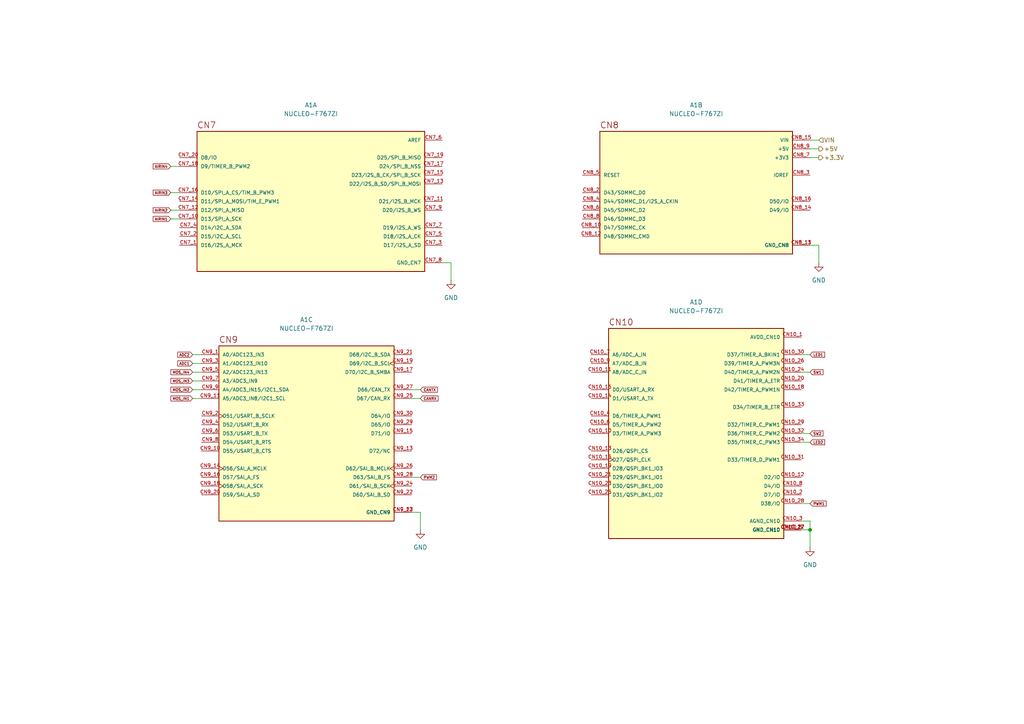
<source format=kicad_sch>
(kicad_sch (version 20231120) (generator "eeschema") (generator_version "8.0")
  (paper "A4")
  (title_block (title "Nucleo-F767-Base-Board") (date "2024-07-27") (rev "V1.0"))
  (lib_symbols
    (symbol "NUCLEO-F767ZI:NUCLEO-F767ZI" (pin_names (offset 1.016))
      (property "Reference" "A" (at -12.7 57.15 0))
      (property "Value" "NUCLEO-F767ZI" (at -12.7 -57.15 0))
      (symbol "NUCLEO-F767ZI_1_0"
        (rectangle (start -33.02 -20.32) (end 33.02 20.32) (stroke (width 0.254)) (fill (type background)))
        (text "CN7" (at -33.02 21.082 0) (effects (font (size 1.778 1.778)) (justify left bottom)))
        (pin bidirectional line (at -38.1 -12.7 0) (length 5.08) (name "D16/I2S_A_MCK") (number "CN7_1"))
        (pin bidirectional line (at -38.1 -5.08 0) (length 5.08) (name "D13/SPI_A_SCK") (number "CN7_10"))
        (pin bidirectional line (at 38.1 0 180) (length 5.08) (name "D21/I2S_B_MCK") (number "CN7_11"))
        (pin bidirectional line (at -38.1 -2.54 0) (length 5.08) (name "D12/SPI_A_MISO") (number "CN7_12"))
        (pin bidirectional line (at 38.1 5.08 180) (length 5.08) (name "D22/I2S_B_SD/SPI_B_MOSI") (number "CN7_13"))
        (pin bidirectional line (at -38.1 0 0) (length 5.08) (name "D11/SPI_A_MOSI/TIM_E_PWM1") (number "CN7_14"))
        (pin bidirectional line (at 38.1 7.62 180) (length 5.08) (name "D23/I2S_B_CK/SPI_B_SCK") (number "CN7_15"))
        (pin bidirectional line (at -38.1 2.54 0) (length 5.08) (name "D10/SPI_A_CS/TIM_B_PWM3") (number "CN7_16"))
        (pin bidirectional line (at 38.1 10.16 180) (length 5.08) (name "D24/SPI_B_NSS") (number "CN7_17"))
        (pin bidirectional line (at -38.1 10.16 0) (length 5.08) (name "D9/TIMER_B_PWM2") (number "CN7_18"))
        (pin bidirectional line (at 38.1 12.7 180) (length 5.08) (name "D25/SPI_B_MISO") (number "CN7_19"))
        (pin bidirectional line (at -38.1 -10.16 0) (length 5.08) (name "D15/I2C_A_SCL") (number "CN7_2"))
        (pin bidirectional line (at -38.1 12.7 0) (length 5.08) (name "D8/IO") (number "CN7_20"))
        (pin bidirectional line (at 38.1 -12.7 180) (length 5.08) (name "D17/I2S_A_SD") (number "CN7_3"))
        (pin bidirectional line (at -38.1 -7.62 0) (length 5.08) (name "D14/I2C_A_SDA") (number "CN7_4"))
        (pin bidirectional line (at 38.1 -10.16 180) (length 5.08) (name "D18/I2S_A_CK") (number "CN7_5"))
        (pin power_in line (at 38.1 17.78 180) (length 5.08) (name "AREF") (number "CN7_6"))
        (pin bidirectional line (at 38.1 -7.62 180) (length 5.08) (name "D19/I2S_A_WS") (number "CN7_7"))
        (pin power_in line (at 38.1 -17.78 180) (length 5.08) (name "GND_CN7") (number "CN7_8"))
        (pin bidirectional line (at 38.1 -2.54 180) (length 5.08) (name "D20/I2S_B_WS") (number "CN7_9"))
      )
      (symbol "NUCLEO-F767ZI_2_0"
        (rectangle (start -27.94 -17.78) (end 27.94 17.78) (stroke (width 0.254)) (fill (type background)))
        (text "CN8" (at -27.94 18.542 0) (effects (font (size 1.778 1.778)) (justify left bottom)))
        (pin bidirectional line (at -33.02 -10.16 0) (length 5.08) (name "D47/SDMMC_CK") (number "CN8_10"))
        (pin power_in line (at 33.02 -15.24 180) (length 5.08) (name "GND_CN8") (number "CN8_11"))
        (pin bidirectional line (at -33.02 -12.7 0) (length 5.08) (name "D48/SDMMC_CMD") (number "CN8_12"))
        (pin power_in line (at 33.02 -15.24 180) (length 5.08) (name "GND_CN8") (number "CN8_13"))
        (pin bidirectional line (at 33.02 -5.08 180) (length 5.08) (name "D49/IO") (number "CN8_14"))
        (pin power_in line (at 33.02 15.24 180) (length 5.08) (name "VIN") (number "CN8_15"))
        (pin bidirectional line (at 33.02 -2.54 180) (length 5.08) (name "D50/IO") (number "CN8_16"))
        (pin bidirectional line (at -33.02 0 0) (length 5.08) (name "D43/SDMMC_D0") (number "CN8_2"))
        (pin bidirectional line (at 33.02 5.08 180) (length 5.08) (name "IOREF") (number "CN8_3"))
        (pin bidirectional line (at -33.02 -2.54 0) (length 5.08) (name "D44/SDMMC_D1/I2S_A_CKIN") (number "CN8_4"))
        (pin bidirectional line (at -33.02 5.08 0) (length 5.08) (name "RESET") (number "CN8_5"))
        (pin bidirectional line (at -33.02 -5.08 0) (length 5.08) (name "D45/SDMMC_D2") (number "CN8_6"))
        (pin power_in line (at 33.02 10.16 180) (length 5.08) (name "+3V3") (number "CN8_7"))
        (pin bidirectional line (at -33.02 -7.62 0) (length 5.08) (name "D46/SDMMC_D3") (number "CN8_8"))
        (pin power_in line (at 33.02 12.7 180) (length 5.08) (name "+5V") (number "CN8_9"))
      )
      (symbol "NUCLEO-F767ZI_3_0"
        (rectangle (start -25.4 -25.4) (end 25.4 25.4) (stroke (width 0.254)) (fill (type background)))
        (text "CN9" (at -25.4 26.162 0) (effects (font (size 1.778 1.778)) (justify left bottom)))
        (pin input line (at -30.48 22.86 0) (length 5.08) (name "A0/ADC123_IN3") (number "CN9_1"))
        (pin bidirectional line (at -30.48 -5.08 0) (length 5.08) (name "D55/USART_B_CTS") (number "CN9_10"))
        (pin input line (at -30.48 10.16 0) (length 5.08) (name "A5/ADC3_IN8/I2C1_SCL") (number "CN9_11"))
        (pin power_in line (at 30.48 -22.86 180) (length 5.08) (name "GND_CN9") (number "CN9_12"))
        (pin bidirectional line (at 30.48 -5.08 180) (length 5.08) (name "D72/NC") (number "CN9_13"))
        (pin bidirectional clock (at -30.48 -10.16 0) (length 5.08) (name "D56/SAI_A_MCLK") (number "CN9_14"))
        (pin bidirectional line (at 30.48 0 180) (length 5.08) (name "D71/IO") (number "CN9_15"))
        (pin bidirectional line (at -30.48 -12.7 0) (length 5.08) (name "D57/SAI_A_FS") (number "CN9_16"))
        (pin bidirectional line (at 30.48 17.78 180) (length 5.08) (name "D70/I2C_B_SMBA") (number "CN9_17"))
        (pin bidirectional clock (at -30.48 -15.24 0) (length 5.08) (name "D58/SAI_A_SCK") (number "CN9_18"))
        (pin bidirectional clock (at 30.48 20.32 180) (length 5.08) (name "D69/I2C_B_SCL") (number "CN9_19"))
        (pin bidirectional clock (at -30.48 5.08 0) (length 5.08) (name "D51/USART_B_SCLK") (number "CN9_2"))
        (pin bidirectional line (at -30.48 -17.78 0) (length 5.08) (name "D59/SAI_A_SD") (number "CN9_20"))
        (pin bidirectional line (at 30.48 22.86 180) (length 5.08) (name "D68/I2C_B_SDA") (number "CN9_21"))
        (pin bidirectional line (at 30.48 -17.78 180) (length 5.08) (name "D60/SAI_B_SD") (number "CN9_22"))
        (pin power_in line (at 30.48 -22.86 180) (length 5.08) (name "GND_CN9") (number "CN9_23"))
        (pin bidirectional clock (at 30.48 -15.24 180) (length 5.08) (name "D61/SAI_B_SCK") (number "CN9_24"))
        (pin input line (at 30.48 10.16 180) (length 5.08) (name "D67/CAN_RX") (number "CN9_25"))
        (pin bidirectional clock (at 30.48 -10.16 180) (length 5.08) (name "D62/SAI_B_MCLK") (number "CN9_26"))
        (pin output line (at 30.48 12.7 180) (length 5.08) (name "D66/CAN_TX") (number "CN9_27"))
        (pin bidirectional line (at 30.48 -12.7 180) (length 5.08) (name "D63/SAI_B_FS") (number "CN9_28"))
        (pin bidirectional line (at 30.48 2.54 180) (length 5.08) (name "D65/IO") (number "CN9_29"))
        (pin input line (at -30.48 20.32 0) (length 5.08) (name "A1/ADC123_IN10") (number "CN9_3"))
        (pin bidirectional line (at 30.48 5.08 180) (length 5.08) (name "D64/IO") (number "CN9_30"))
        (pin bidirectional line (at -30.48 2.54 0) (length 5.08) (name "D52/USART_B_RX") (number "CN9_4"))
        (pin input line (at -30.48 17.78 0) (length 5.08) (name "A2/ADC123_IN13") (number "CN9_5"))
        (pin bidirectional line (at -30.48 0 0) (length 5.08) (name "D53/USART_B_TX") (number "CN9_6"))
        (pin input line (at -30.48 15.24 0) (length 5.08) (name "A3/ADC3_IN9") (number "CN9_7"))
        (pin bidirectional line (at -30.48 -2.54 0) (length 5.08) (name "D54/USART_B_RTS") (number "CN9_8"))
        (pin input line (at -30.48 12.7 0) (length 5.08) (name "A4/ADC3_IN15/I2C1_SDA") (number "CN9_9"))
      )
      (symbol "NUCLEO-F767ZI_4_0"
        (rectangle (start -25.4 -30.48) (end 25.4 30.48) (stroke (width 0.254)) (fill (type background)))
        (text "CN10" (at -25.4 31.242 0) (effects (font (size 1.778 1.778)) (justify left bottom)))
        (pin power_in line (at 30.48 27.94 180) (length 5.08) (name "AVDD_CN10") (number "CN10_1"))
        (pin bidirectional line (at -30.48 0 0) (length 5.08) (name "D3/TIMER_A_PWM3") (number "CN10_10"))
        (pin input line (at -30.48 17.78 0) (length 5.08) (name "A8/ADC_C_IN") (number "CN10_11"))
        (pin bidirectional line (at 30.48 -12.7 180) (length 5.08) (name "D2/IO") (number "CN10_12"))
        (pin bidirectional line (at -30.48 -5.08 0) (length 5.08) (name "D26/QSPI_CS") (number "CN10_13"))
        (pin output line (at -30.48 10.16 0) (length 5.08) (name "D1/USART_A_TX") (number "CN10_14"))
        (pin bidirectional clock (at -30.48 -7.62 0) (length 5.08) (name "D27/QSPI_CLK") (number "CN10_15"))
        (pin input line (at -30.48 12.7 0) (length 5.08) (name "D0/USART_A_RX") (number "CN10_16"))
        (pin power_in line (at 30.48 -27.94 180) (length 5.08) (name "GND_CN10") (number "CN10_17"))
        (pin bidirectional line (at 30.48 12.7 180) (length 5.08) (name "D42/TIMER_A_PWM1N") (number "CN10_18"))
        (pin bidirectional line (at -30.48 -10.16 0) (length 5.08) (name "D28/QSPI_BK1_IO3") (number "CN10_19"))
        (pin bidirectional line (at 30.48 -17.78 180) (length 5.08) (name "D7/IO") (number "CN10_2"))
        (pin bidirectional line (at 30.48 15.24 180) (length 5.08) (name "D41/TIMER_A_ETR") (number "CN10_20"))
        (pin bidirectional line (at -30.48 -12.7 0) (length 5.08) (name "D29/QSPI_BK1_IO1") (number "CN10_21"))
        (pin power_in line (at 30.48 -27.94 180) (length 5.08) (name "GND_CN10") (number "CN10_22"))
        (pin bidirectional line (at -30.48 -15.24 0) (length 5.08) (name "D30/QSPI_BK1_IO0") (number "CN10_23"))
        (pin bidirectional line (at 30.48 17.78 180) (length 5.08) (name "D40/TIMER_A_PWM2N") (number "CN10_24"))
        (pin bidirectional line (at -30.48 -17.78 0) (length 5.08) (name "D31/QSPI_BK1_IO2") (number "CN10_25"))
        (pin bidirectional line (at 30.48 20.32 180) (length 5.08) (name "D39/TIMER_A_PWM3N") (number "CN10_26"))
        (pin power_in line (at 30.48 -27.94 180) (length 5.08) (name "GND_CN10") (number "CN10_27"))
        (pin bidirectional line (at 30.48 -20.32 180) (length 5.08) (name "D38/IO") (number "CN10_28"))
        (pin bidirectional line (at 30.48 2.54 180) (length 5.08) (name "D32/TIMER_C_PWM1") (number "CN10_29"))
        (pin power_in line (at 30.48 -25.4 180) (length 5.08) (name "AGND_CN10") (number "CN10_3"))
        (pin bidirectional line (at 30.48 22.86 180) (length 5.08) (name "D37/TIMER_A_BKIN1") (number "CN10_30"))
        (pin bidirectional line (at 30.48 -7.62 180) (length 5.08) (name "D33/TIMER_D_PWM1") (number "CN10_31"))
        (pin bidirectional line (at 30.48 0 180) (length 5.08) (name "D36/TIMER_C_PWM2") (number "CN10_32"))
        (pin bidirectional line (at 30.48 7.62 180) (length 5.08) (name "D34/TIMER_B_ETR") (number "CN10_33"))
        (pin bidirectional line (at 30.48 -2.54 180) (length 5.08) (name "D35/TIMER_C_PWM3") (number "CN10_34"))
        (pin bidirectional line (at -30.48 5.08 0) (length 5.08) (name "D6/TIMER_A_PWM1") (number "CN10_4"))
        (pin power_in line (at 30.48 -27.94 180) (length 5.08) (name "GND_CN10") (number "CN10_5"))
        (pin bidirectional line (at -30.48 2.54 0) (length 5.08) (name "D5/TIMER_A_PWM2") (number "CN10_6"))
        (pin input line (at -30.48 22.86 0) (length 5.08) (name "A6/ADC_A_IN") (number "CN10_7"))
        (pin bidirectional line (at 30.48 -15.24 180) (length 5.08) (name "D4/IO") (number "CN10_8"))
        (pin input line (at -30.48 20.32 0) (length 5.08) (name "A7/ADC_B_IN") (number "CN10_9"))
      )
    )
    (symbol "power:GND" (power) (pin_numbers hide) (pin_names (offset 0) hide)
      (property "Value" "GND" (at 0 -3.81 0))
      (symbol "GND_0_1"
        (polyline (pts (xy 0 0) (xy 0 -1.27) (xy 1.27 -1.27) (xy 0 -2.54) (xy -1.27 -1.27) (xy 0 -1.27)))
      )
      (symbol "GND_1_1"
        (pin power_in line (at 0 0 270) (length 0) (name "~") (number "1"))
      )
    )
  )
  (junction (at 234.95 153.67))
  (wire (pts (xy 49.53 55.88) (xy 52.07 55.88)))
  (wire (pts (xy 55.88 107.95) (xy 58.42 107.95)))
  (wire (pts (xy 49.53 48.26) (xy 52.07 48.26)))
  (wire (pts (xy 234.95 71.12) (xy 237.49 71.12)))
  (wire (pts (xy 128.27 76.2) (xy 130.81 76.2)))
  (wire (pts (xy 55.88 102.87) (xy 58.42 102.87)))
  (wire (pts (xy 232.41 153.67) (xy 234.95 153.67)))
  (wire (pts (xy 49.53 63.5) (xy 52.07 63.5)))
  (wire (pts (xy 234.95 146.05) (xy 232.41 146.05)))
  (wire (pts (xy 55.88 110.49) (xy 58.42 110.49)))
  (wire (pts (xy 130.81 76.2) (xy 130.81 81.28)))
  (wire (pts (xy 237.49 40.64) (xy 234.95 40.64)))
  (wire (pts (xy 121.92 113.03) (xy 119.38 113.03)))
  (wire (pts (xy 234.95 128.27) (xy 232.41 128.27)))
  (wire (pts (xy 234.95 45.72) (xy 237.49 45.72)))
  (wire (pts (xy 234.95 151.13) (xy 232.41 151.13)))
  (wire (pts (xy 121.92 115.57) (xy 119.38 115.57)))
  (wire (pts (xy 234.95 102.87) (xy 232.41 102.87)))
  (wire (pts (xy 234.95 107.95) (xy 232.41 107.95)))
  (wire (pts (xy 234.95 153.67) (xy 234.95 151.13)))
  (wire (pts (xy 121.92 138.43) (xy 119.38 138.43)))
  (wire (pts (xy 237.49 71.12) (xy 237.49 76.2)))
  (wire (pts (xy 55.88 115.57) (xy 58.42 115.57)))
  (wire (pts (xy 49.53 60.96) (xy 52.07 60.96)))
  (wire (pts (xy 234.95 125.73) (xy 232.41 125.73)))
  (wire (pts (xy 234.95 153.67) (xy 234.95 158.75)))
  (wire (pts (xy 55.88 105.41) (xy 58.42 105.41)))
  (wire (pts (xy 121.92 148.59) (xy 121.92 153.67)))
  (wire (pts (xy 55.88 113.03) (xy 58.42 113.03)))
  (wire (pts (xy 119.38 148.59) (xy 121.92 148.59)))
  (wire (pts (xy 234.95 43.18) (xy 237.49 43.18)))
  (global_label "MOS_IN2" (shape input) (at 55.88 113.03 180) (effects (font (size 0.762 0.762))) (property "Intersheetrefs" "${INTERSHEET_REFS}" (effects (hide yes))))
  (global_label "SW1" (shape input) (at 234.95 107.95 0) (effects (font (size 0.762 0.762))) (property "Intersheetrefs" "${INTERSHEET_REFS}" (effects (hide yes))))
  (global_label "AIRIN3" (shape input) (at 49.53 55.88 180) (effects (font (size 0.762 0.762))) (property "Intersheetrefs" "${INTERSHEET_REFS}" (effects (hide yes))))
  (global_label "ADC2" (shape input) (at 55.88 102.87 180) (effects (font (size 0.762 0.762))) (property "Intersheetrefs" "${INTERSHEET_REFS}" (effects (hide yes))))
  (global_label "AIRIN2" (shape input) (at 49.53 60.96 180) (effects (font (size 0.762 0.762))) (property "Intersheetrefs" "${INTERSHEET_REFS}" (effects (hide yes))))
  (global_label "AIRIN4" (shape input) (at 49.53 48.26 180) (effects (font (size 0.762 0.762))) (property "Intersheetrefs" "${INTERSHEET_REFS}" (effects (hide yes))))
  (global_label "AIRIN1" (shape input) (at 49.53 63.5 180) (effects (font (size 0.762 0.762))) (property "Intersheetrefs" "${INTERSHEET_REFS}" (effects (hide yes))))
  (global_label "LED2" (shape input) (at 234.95 128.27 0) (effects (font (size 0.762 0.762))) (property "Intersheetrefs" "${INTERSHEET_REFS}" (effects (hide yes))))
  (global_label "MOS_IN4" (shape input) (at 55.88 107.95 180) (effects (font (size 0.762 0.762))) (property "Intersheetrefs" "${INTERSHEET_REFS}" (effects (hide yes))))
  (global_label "MOS_IN1" (shape input) (at 55.88 115.57 180) (effects (font (size 0.762 0.762))) (property "Intersheetrefs" "${INTERSHEET_REFS}" (effects (hide yes))))
  (global_label "PWM1" (shape input) (at 234.95 146.05 0) (effects (font (size 0.762 0.762))) (property "Intersheetrefs" "${INTERSHEET_REFS}" (effects (hide yes))))
  (global_label "CANRX" (shape input) (at 121.92 115.57 0) (effects (font (size 0.762 0.762))) (property "Intersheetrefs" "${INTERSHEET_REFS}" (effects (hide yes))))
  (global_label "ADC1" (shape input) (at 55.88 105.41 180) (effects (font (size 0.762 0.762))) (property "Intersheetrefs" "${INTERSHEET_REFS}" (effects (hide yes))))
  (global_label "MOS_IN3" (shape input) (at 55.88 110.49 180) (effects (font (size 0.762 0.762))) (property "Intersheetrefs" "${INTERSHEET_REFS}" (effects (hide yes))))
  (global_label "PWM2" (shape input) (at 121.92 138.43 0) (effects (font (size 0.762 0.762))) (property "Intersheetrefs" "${INTERSHEET_REFS}" (effects (hide yes))))
  (global_label "SW2" (shape input) (at 234.95 125.73 0) (effects (font (size 0.762 0.762))) (property "Intersheetrefs" "${INTERSHEET_REFS}" (effects (hide yes))))
  (global_label "LED1" (shape input) (at 234.95 102.87 0) (effects (font (size 0.762 0.762))) (property "Intersheetrefs" "${INTERSHEET_REFS}" (effects (hide yes))))
  (global_label "CANTX" (shape input) (at 121.92 113.03 0) (effects (font (size 0.762 0.762))) (property "Intersheetrefs" "${INTERSHEET_REFS}" (effects (hide yes))))
  (hierarchical_label "+5V" (shape output) (at 237.49 43.18 0))
  (hierarchical_label "+3.3V" (shape output) (at 237.49 45.72 0))
  (hierarchical_label "VIN" (shape input) (at 237.49 40.64 0))
  (symbol (lib_id "power:GND") (at 130.81 81.28 0) (unit 1)
    (property "Reference" "#PWR03" (effects (hide yes)))
    (property "Value" "GND" (at 130.81 86.36 0))
    (property "Description" "Power symbol creates a global label with name \"GND\" , ground" (effects (hide yes)))
  )
  (symbol (lib_id "power:GND") (at 237.49 76.2 0) (unit 1)
    (property "Reference" "#PWR04" (effects (hide yes)))
    (property "Value" "GND" (at 237.49 81.28 0))
    (property "Description" "Power symbol creates a global label with name \"GND\" , ground" (effects (hide yes)))
  )
  (symbol (lib_id "NUCLEO-F767ZI:NUCLEO-F767ZI") (at 90.17 58.42 0) (unit 1)
    (property "Reference" "A1" (at 90.17 30.48 0))
    (property "Value" "NUCLEO-F767ZI" (at 90.17 33.02 0))
    (property "Footprint" "nucleo-f767:ST_NUCLEO-F767ZI" (effects (hide yes)))
    (property "MP" "NUCLEO-F767ZI" (effects (hide yes)))
  )
  (symbol (lib_id "power:GND") (at 121.92 153.67 0) (unit 1)
    (property "Reference" "#PWR06" (effects (hide yes)))
    (property "Value" "GND" (at 121.92 158.75 0))
    (property "Description" "Power symbol creates a global label with name \"GND\" , ground" (effects (hide yes)))
  )
  (symbol (lib_id "NUCLEO-F767ZI:NUCLEO-F767ZI") (at 88.9 125.73 0) (unit 3)
    (property "Reference" "A1" (at 88.9 92.71 0))
    (property "Value" "NUCLEO-F767ZI" (at 88.9 95.25 0))
    (property "Footprint" "nucleo-f767:ST_NUCLEO-F767ZI" (effects (hide yes)))
    (property "MP" "NUCLEO-F767ZI" (effects (hide yes)))
  )
  (symbol (lib_id "NUCLEO-F767ZI:NUCLEO-F767ZI") (at 201.93 125.73 0) (unit 4)
    (property "Reference" "A1" (at 201.93 87.63 0))
    (property "Value" "NUCLEO-F767ZI" (at 201.93 90.17 0))
    (property "Footprint" "nucleo-f767:ST_NUCLEO-F767ZI" (effects (hide yes)))
    (property "MP" "NUCLEO-F767ZI" (effects (hide yes)))
  )
  (symbol (lib_id "NUCLEO-F767ZI:NUCLEO-F767ZI") (at 201.93 55.88 0) (unit 2)
    (property "Reference" "A1" (at 201.93 30.48 0))
    (property "Value" "NUCLEO-F767ZI" (at 201.93 33.02 0))
    (property "Footprint" "nucleo-f767:ST_NUCLEO-F767ZI" (effects (hide yes)))
    (property "MP" "NUCLEO-F767ZI" (effects (hide yes)))
  )
  (symbol (lib_id "power:GND") (at 234.95 158.75 0) (unit 1)
    (property "Reference" "#PWR05" (effects (hide yes)))
    (property "Value" "GND" (at 234.95 163.83 0))
    (property "Description" "Power symbol creates a global label with name \"GND\" , ground" (effects (hide yes)))
  )
)
</source>
